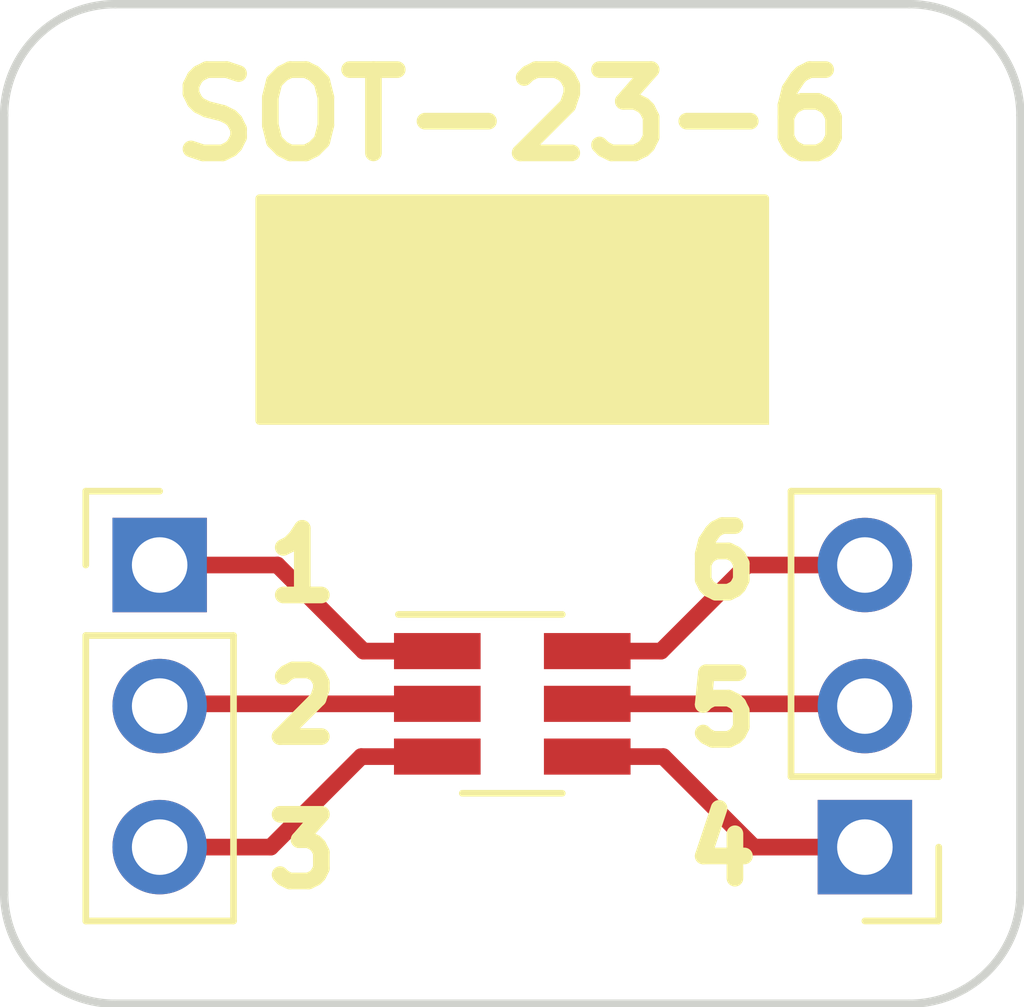
<source format=kicad_pcb>
(kicad_pcb (version 20171130) (host pcbnew 5.0.1-33cea8e~68~ubuntu18.10.1)

  (general
    (thickness 1.6)
    (drawings 16)
    (tracks 16)
    (zones 0)
    (modules 3)
    (nets 7)
  )

  (page A4)
  (title_block
    (title BRK-SOT-23-6)
    (rev v1.0)
    (company https://gekkio.fi)
  )

  (layers
    (0 F.Cu signal)
    (31 B.Cu signal)
    (32 B.Adhes user)
    (33 F.Adhes user)
    (34 B.Paste user)
    (35 F.Paste user)
    (36 B.SilkS user)
    (37 F.SilkS user)
    (38 B.Mask user)
    (39 F.Mask user)
    (40 Dwgs.User user)
    (41 Cmts.User user)
    (42 Eco1.User user)
    (43 Eco2.User user)
    (44 Edge.Cuts user)
    (45 Margin user)
    (46 B.CrtYd user)
    (47 F.CrtYd user)
    (48 B.Fab user)
    (49 F.Fab user)
  )

  (setup
    (last_trace_width 0.3)
    (trace_clearance 0.2)
    (zone_clearance 0.508)
    (zone_45_only no)
    (trace_min 0.2)
    (segment_width 0.2)
    (edge_width 0.15)
    (via_size 0.8)
    (via_drill 0.4)
    (via_min_size 0.4)
    (via_min_drill 0.3)
    (uvia_size 0.3)
    (uvia_drill 0.1)
    (uvias_allowed no)
    (uvia_min_size 0.2)
    (uvia_min_drill 0.1)
    (pcb_text_width 0.3)
    (pcb_text_size 1.5 1.5)
    (mod_edge_width 0.15)
    (mod_text_size 1 1)
    (mod_text_width 0.15)
    (pad_size 1.524 1.524)
    (pad_drill 0.762)
    (pad_to_mask_clearance 0)
    (solder_mask_min_width 0.2)
    (aux_axis_origin 0 0)
    (visible_elements FFFFFF7F)
    (pcbplotparams
      (layerselection 0x010fc_ffffffff)
      (usegerberextensions false)
      (usegerberattributes false)
      (usegerberadvancedattributes false)
      (creategerberjobfile true)
      (excludeedgelayer false)
      (linewidth 0.100000)
      (plotframeref false)
      (viasonmask false)
      (mode 1)
      (useauxorigin false)
      (hpglpennumber 1)
      (hpglpenspeed 20)
      (hpglpendiameter 15.000000)
      (psnegative false)
      (psa4output false)
      (plotreference true)
      (plotvalue true)
      (plotinvisibletext false)
      (padsonsilk false)
      (subtractmaskfromsilk false)
      (outputformat 1)
      (mirror false)
      (drillshape 0)
      (scaleselection 1)
      (outputdirectory "gerber/"))
  )

  (net 0 "")
  (net 1 "Net-(J1-Pad1)")
  (net 2 "Net-(J1-Pad2)")
  (net 3 "Net-(J1-Pad3)")
  (net 4 "Net-(J2-Pad1)")
  (net 5 "Net-(J2-Pad2)")
  (net 6 "Net-(J2-Pad3)")

  (net_class Default "This is the default net class."
    (clearance 0.2)
    (trace_width 0.3)
    (via_dia 0.8)
    (via_drill 0.4)
    (uvia_dia 0.3)
    (uvia_drill 0.1)
    (add_net "Net-(J1-Pad1)")
    (add_net "Net-(J1-Pad2)")
    (add_net "Net-(J1-Pad3)")
    (add_net "Net-(J2-Pad1)")
    (add_net "Net-(J2-Pad2)")
    (add_net "Net-(J2-Pad3)")
  )

  (module Package_TO_SOT_SMD:SOT-23-6_Handsoldering (layer F.Cu) (tedit 5C02E1B2) (tstamp 5C03AF23)
    (at 59.15 62.6)
    (descr "6-pin SOT-23 package, Handsoldering")
    (tags "SOT-23-6 Handsoldering")
    (path /5BD4B043)
    (attr smd)
    (fp_text reference U1 (at 0 -2.9) (layer F.SilkS) hide
      (effects (font (size 1 1) (thickness 0.15)))
    )
    (fp_text value SOT-23-6 (at 0 2.9) (layer F.Fab) hide
      (effects (font (size 1 1) (thickness 0.15)))
    )
    (fp_line (start 0.9 -1.55) (end 0.9 1.55) (layer F.Fab) (width 0.1))
    (fp_line (start 0.9 1.55) (end -0.9 1.55) (layer F.Fab) (width 0.1))
    (fp_line (start -0.9 -0.9) (end -0.9 1.55) (layer F.Fab) (width 0.1))
    (fp_line (start 0.9 -1.55) (end -0.25 -1.55) (layer F.Fab) (width 0.1))
    (fp_line (start -0.9 -0.9) (end -0.25 -1.55) (layer F.Fab) (width 0.1))
    (fp_line (start -2.4 -1.8) (end 2.4 -1.8) (layer F.CrtYd) (width 0.05))
    (fp_line (start 2.4 -1.8) (end 2.4 1.8) (layer F.CrtYd) (width 0.05))
    (fp_line (start 2.4 1.8) (end -2.4 1.8) (layer F.CrtYd) (width 0.05))
    (fp_line (start -2.4 1.8) (end -2.4 -1.8) (layer F.CrtYd) (width 0.05))
    (fp_line (start 0.9 -1.61) (end -2.05 -1.61) (layer F.SilkS) (width 0.12))
    (fp_line (start -0.9 1.61) (end 0.9 1.61) (layer F.SilkS) (width 0.12))
    (fp_text user %R (at 0 0 90) (layer F.Fab)
      (effects (font (size 0.5 0.5) (thickness 0.075)))
    )
    (pad 5 smd rect (at 1.35 0) (size 1.56 0.65) (layers F.Cu F.Paste F.Mask)
      (net 5 "Net-(J2-Pad2)"))
    (pad 6 smd rect (at 1.35 -0.95) (size 1.56 0.65) (layers F.Cu F.Paste F.Mask)
      (net 6 "Net-(J2-Pad3)"))
    (pad 4 smd rect (at 1.35 0.95) (size 1.56 0.65) (layers F.Cu F.Paste F.Mask)
      (net 4 "Net-(J2-Pad1)"))
    (pad 3 smd rect (at -1.35 0.95) (size 1.56 0.65) (layers F.Cu F.Paste F.Mask)
      (net 3 "Net-(J1-Pad3)"))
    (pad 2 smd rect (at -1.35 0) (size 1.56 0.65) (layers F.Cu F.Paste F.Mask)
      (net 2 "Net-(J1-Pad2)"))
    (pad 1 smd rect (at -1.35 -0.95) (size 1.56 0.65) (layers F.Cu F.Paste F.Mask)
      (net 1 "Net-(J1-Pad1)"))
    (model ${KISYS3DMOD}/Package_TO_SOT_SMD.3dshapes/SOT-23-6.wrl
      (at (xyz 0 0 0))
      (scale (xyz 1 1 1))
      (rotate (xyz 0 0 0))
    )
  )

  (module Connector_PinHeader_2.54mm:PinHeader_1x03_P2.54mm_Vertical (layer F.Cu) (tedit 59FED5CC) (tstamp 5BD578E2)
    (at 65.5 65.18 180)
    (descr "Through hole straight pin header, 1x03, 2.54mm pitch, single row")
    (tags "Through hole pin header THT 1x03 2.54mm single row")
    (path /5BD4B172)
    (fp_text reference J2 (at 0 -2.33) (layer F.SilkS) hide
      (effects (font (size 1 1) (thickness 0.15)))
    )
    (fp_text value Conn_01x03 (at 0 7.41) (layer F.Fab) hide
      (effects (font (size 1 1) (thickness 0.15)))
    )
    (fp_text user %R (at 0 2.54 270) (layer F.Fab)
      (effects (font (size 1 1) (thickness 0.15)))
    )
    (fp_line (start 1.8 -1.8) (end -1.8 -1.8) (layer F.CrtYd) (width 0.05))
    (fp_line (start 1.8 6.85) (end 1.8 -1.8) (layer F.CrtYd) (width 0.05))
    (fp_line (start -1.8 6.85) (end 1.8 6.85) (layer F.CrtYd) (width 0.05))
    (fp_line (start -1.8 -1.8) (end -1.8 6.85) (layer F.CrtYd) (width 0.05))
    (fp_line (start -1.33 -1.33) (end 0 -1.33) (layer F.SilkS) (width 0.12))
    (fp_line (start -1.33 0) (end -1.33 -1.33) (layer F.SilkS) (width 0.12))
    (fp_line (start -1.33 1.27) (end 1.33 1.27) (layer F.SilkS) (width 0.12))
    (fp_line (start 1.33 1.27) (end 1.33 6.41) (layer F.SilkS) (width 0.12))
    (fp_line (start -1.33 1.27) (end -1.33 6.41) (layer F.SilkS) (width 0.12))
    (fp_line (start -1.33 6.41) (end 1.33 6.41) (layer F.SilkS) (width 0.12))
    (fp_line (start -1.27 -0.635) (end -0.635 -1.27) (layer F.Fab) (width 0.1))
    (fp_line (start -1.27 6.35) (end -1.27 -0.635) (layer F.Fab) (width 0.1))
    (fp_line (start 1.27 6.35) (end -1.27 6.35) (layer F.Fab) (width 0.1))
    (fp_line (start 1.27 -1.27) (end 1.27 6.35) (layer F.Fab) (width 0.1))
    (fp_line (start -0.635 -1.27) (end 1.27 -1.27) (layer F.Fab) (width 0.1))
    (pad 3 thru_hole oval (at 0 5.08 180) (size 1.7 1.7) (drill 1) (layers *.Cu *.Mask)
      (net 6 "Net-(J2-Pad3)"))
    (pad 2 thru_hole oval (at 0 2.54 180) (size 1.7 1.7) (drill 1) (layers *.Cu *.Mask)
      (net 5 "Net-(J2-Pad2)"))
    (pad 1 thru_hole rect (at 0 0 180) (size 1.7 1.7) (drill 1) (layers *.Cu *.Mask)
      (net 4 "Net-(J2-Pad1)"))
    (model ${KISYS3DMOD}/Connector_PinHeader_2.54mm.3dshapes/PinHeader_1x03_P2.54mm_Vertical.wrl
      (at (xyz 0 0 0))
      (scale (xyz 1 1 1))
      (rotate (xyz 0 0 0))
    )
  )

  (module Connector_PinHeader_2.54mm:PinHeader_1x03_P2.54mm_Vertical (layer F.Cu) (tedit 59FED5CC) (tstamp 5BD578CB)
    (at 52.8 60.1)
    (descr "Through hole straight pin header, 1x03, 2.54mm pitch, single row")
    (tags "Through hole pin header THT 1x03 2.54mm single row")
    (path /5BD4B0A3)
    (fp_text reference J1 (at 0 -2.33) (layer F.SilkS) hide
      (effects (font (size 1 1) (thickness 0.15)))
    )
    (fp_text value Conn_01x03 (at 0 7.41) (layer F.Fab) hide
      (effects (font (size 1 1) (thickness 0.15)))
    )
    (fp_text user %R (at 0 2.54 90) (layer F.Fab)
      (effects (font (size 1 1) (thickness 0.15)))
    )
    (fp_line (start 1.8 -1.8) (end -1.8 -1.8) (layer F.CrtYd) (width 0.05))
    (fp_line (start 1.8 6.85) (end 1.8 -1.8) (layer F.CrtYd) (width 0.05))
    (fp_line (start -1.8 6.85) (end 1.8 6.85) (layer F.CrtYd) (width 0.05))
    (fp_line (start -1.8 -1.8) (end -1.8 6.85) (layer F.CrtYd) (width 0.05))
    (fp_line (start -1.33 -1.33) (end 0 -1.33) (layer F.SilkS) (width 0.12))
    (fp_line (start -1.33 0) (end -1.33 -1.33) (layer F.SilkS) (width 0.12))
    (fp_line (start -1.33 1.27) (end 1.33 1.27) (layer F.SilkS) (width 0.12))
    (fp_line (start 1.33 1.27) (end 1.33 6.41) (layer F.SilkS) (width 0.12))
    (fp_line (start -1.33 1.27) (end -1.33 6.41) (layer F.SilkS) (width 0.12))
    (fp_line (start -1.33 6.41) (end 1.33 6.41) (layer F.SilkS) (width 0.12))
    (fp_line (start -1.27 -0.635) (end -0.635 -1.27) (layer F.Fab) (width 0.1))
    (fp_line (start -1.27 6.35) (end -1.27 -0.635) (layer F.Fab) (width 0.1))
    (fp_line (start 1.27 6.35) (end -1.27 6.35) (layer F.Fab) (width 0.1))
    (fp_line (start 1.27 -1.27) (end 1.27 6.35) (layer F.Fab) (width 0.1))
    (fp_line (start -0.635 -1.27) (end 1.27 -1.27) (layer F.Fab) (width 0.1))
    (pad 3 thru_hole oval (at 0 5.08) (size 1.7 1.7) (drill 1) (layers *.Cu *.Mask)
      (net 3 "Net-(J1-Pad3)"))
    (pad 2 thru_hole oval (at 0 2.54) (size 1.7 1.7) (drill 1) (layers *.Cu *.Mask)
      (net 2 "Net-(J1-Pad2)"))
    (pad 1 thru_hole rect (at 0 0) (size 1.7 1.7) (drill 1) (layers *.Cu *.Mask)
      (net 1 "Net-(J1-Pad1)"))
    (model ${KISYS3DMOD}/Connector_PinHeader_2.54mm.3dshapes/PinHeader_1x03_P2.54mm_Vertical.wrl
      (at (xyz 0 0 0))
      (scale (xyz 1 1 1))
      (rotate (xyz 0 0 0))
    )
  )

  (gr_arc (start 52 66) (end 50 66) (angle -90) (layer Edge.Cuts) (width 0.15) (tstamp 5BF54D67))
  (gr_arc (start 66.3 66) (end 66.3 68) (angle -90) (layer Edge.Cuts) (width 0.15) (tstamp 5BF54D5C))
  (gr_arc (start 66.3 52) (end 68.3 52) (angle -90) (layer Edge.Cuts) (width 0.15) (tstamp 5BF54D52))
  (gr_arc (start 52 52) (end 52 50) (angle -90) (layer Edge.Cuts) (width 0.15))
  (gr_text 4 (at 63.7 65.2) (layer F.SilkS) (tstamp 5BD4A473)
    (effects (font (size 1.2 1.2) (thickness 0.3)) (justify right))
  )
  (gr_text 5 (at 63.7 62.7) (layer F.SilkS) (tstamp 5BD4A46F)
    (effects (font (size 1.2 1.2) (thickness 0.3)) (justify right))
  )
  (gr_text 6 (at 63.7 60.05) (layer F.SilkS) (tstamp 5BD4A463)
    (effects (font (size 1.2 1.2) (thickness 0.3)) (justify right))
  )
  (gr_text 3 (at 54.6 65.25) (layer F.SilkS) (tstamp 5BD4A45B)
    (effects (font (size 1.2 1.2) (thickness 0.3)) (justify left))
  )
  (gr_text 2 (at 54.6 62.65) (layer F.SilkS) (tstamp 5BD4A456)
    (effects (font (size 1.2 1.2) (thickness 0.3)) (justify left))
  )
  (gr_text 1 (at 54.6 60.1) (layer F.SilkS)
    (effects (font (size 1.2 1.2) (thickness 0.3)) (justify left))
  )
  (gr_line (start 66.3 68) (end 52 68) (layer Edge.Cuts) (width 0.15))
  (gr_poly (pts (xy 54.6 53.5) (xy 54.6 57.5) (xy 63.7 57.5) (xy 63.7 53.5)) (layer F.SilkS) (width 0.15))
  (gr_line (start 68.3 52) (end 68.3 66) (layer Edge.Cuts) (width 0.15))
  (gr_text SOT-23-6 (at 59.15 52) (layer F.SilkS)
    (effects (font (size 1.5 1.5) (thickness 0.3)))
  )
  (gr_line (start 52 50) (end 66.3 50) (layer Edge.Cuts) (width 0.15))
  (gr_line (start 50 66) (end 50 52) (layer Edge.Cuts) (width 0.15))

  (segment (start 54.92 60.1) (end 52.8 60.1) (width 0.3) (layer F.Cu) (net 1) (status 20))
  (segment (start 56.47 61.65) (end 57.8 61.65) (width 0.3) (layer F.Cu) (net 1) (status 20))
  (segment (start 54.92 60.1) (end 56.47 61.65) (width 0.3) (layer F.Cu) (net 1))
  (segment (start 52.84 62.6) (end 52.8 62.64) (width 0.3) (layer F.Cu) (net 2) (status 30))
  (segment (start 57.82 62.6) (end 52.84 62.6) (width 0.3) (layer F.Cu) (net 2) (status 30))
  (segment (start 54.8 65.18) (end 52.8 65.18) (width 0.3) (layer F.Cu) (net 3) (status 20))
  (segment (start 56.43 63.55) (end 57.8 63.55) (width 0.3) (layer F.Cu) (net 3) (status 20))
  (segment (start 54.8 65.18) (end 56.43 63.55) (width 0.3) (layer F.Cu) (net 3))
  (segment (start 63.5 65.18) (end 65.5 65.18) (width 0.3) (layer F.Cu) (net 4) (status 20))
  (segment (start 61.87 63.55) (end 60.5 63.55) (width 0.3) (layer F.Cu) (net 4) (status 20))
  (segment (start 61.87 63.55) (end 63.5 65.18) (width 0.3) (layer F.Cu) (net 4))
  (segment (start 65.46 62.6) (end 65.5 62.64) (width 0.3) (layer F.Cu) (net 5) (status 30))
  (segment (start 60.48 62.6) (end 65.46 62.6) (width 0.3) (layer F.Cu) (net 5) (status 30))
  (segment (start 63.38 60.1) (end 65.5 60.1) (width 0.3) (layer F.Cu) (net 6) (status 20))
  (segment (start 61.83 61.65) (end 60.5 61.65) (width 0.3) (layer F.Cu) (net 6) (status 20))
  (segment (start 63.38 60.1) (end 61.83 61.65) (width 0.3) (layer F.Cu) (net 6))

)

</source>
